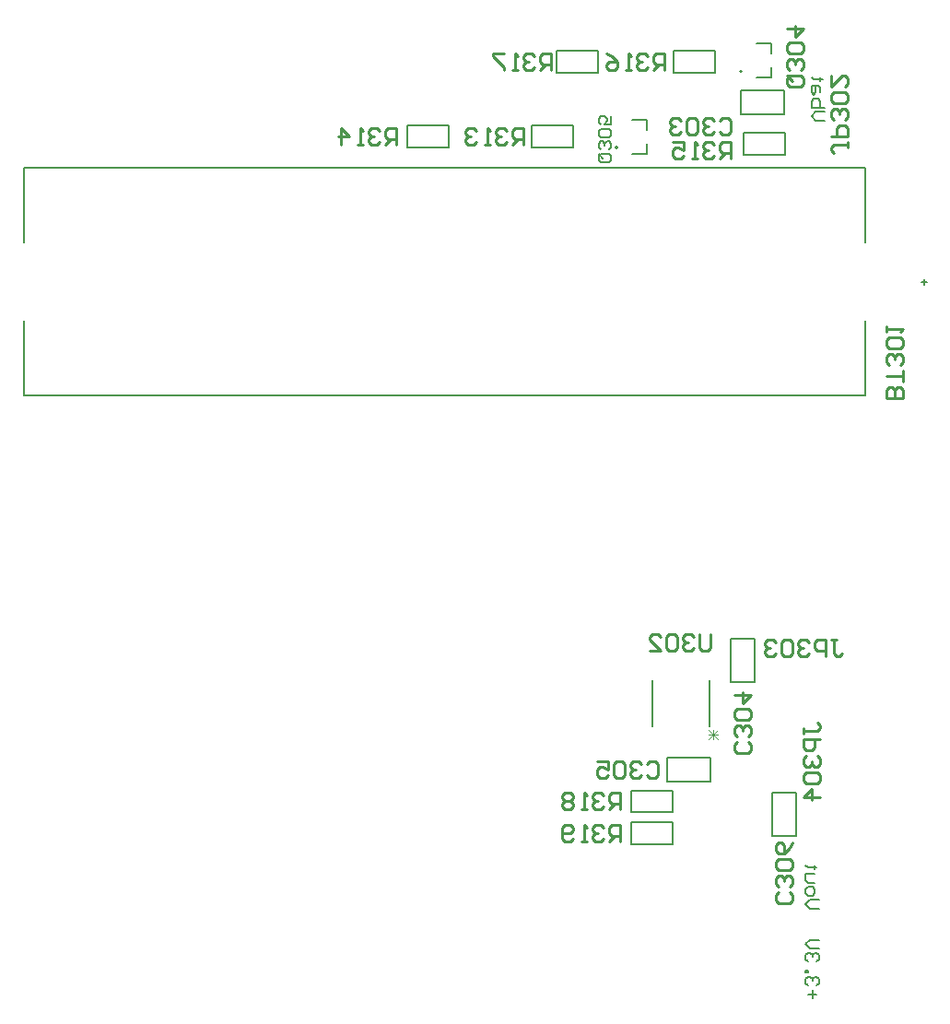
<source format=gbr>
%TF.GenerationSoftware,Altium Limited,Altium Designer,23.6.0 (18)*%
G04 Layer_Color=32896*
%FSLAX43Y43*%
%MOMM*%
%TF.SameCoordinates,407812E0-2FFD-4E57-8D94-CFCBE61D5419*%
%TF.FilePolarity,Positive*%
%TF.FileFunction,Legend,Bot*%
%TF.Part,Single*%
G01*
G75*
%TA.AperFunction,NonConductor*%
%ADD65C,0.127*%
%ADD66C,0.200*%
%ADD67C,0.152*%
%ADD68C,0.254*%
%ADD69C,0.076*%
%ADD71C,0.180*%
D65*
X76135Y156555D02*
X77535D01*
X76135Y159675D02*
X77535D01*
Y156555D02*
Y157495D01*
Y158735D02*
Y159675D01*
X64705Y149570D02*
X66105D01*
X64705Y152690D02*
X66105D01*
Y149570D02*
Y150510D01*
Y151750D02*
Y152690D01*
D66*
X74835Y157115D02*
G03*
X74835Y157115I-100J0D01*
G01*
X63405Y150130D02*
G03*
X63405Y150130I-100J0D01*
G01*
X8841Y127348D02*
X86159D01*
Y141410D02*
Y148252D01*
Y127348D02*
Y134190D01*
X8841Y148252D02*
X86159D01*
X8841Y141410D02*
Y148252D01*
Y127348D02*
Y134190D01*
X91325Y137800D02*
X91825D01*
X91575Y137550D02*
Y138050D01*
X64650Y89075D02*
Y91075D01*
X68450D01*
Y89075D02*
Y91075D01*
X64650Y89075D02*
X68450D01*
X67945Y91864D02*
X71945D01*
X67945D02*
Y94064D01*
X71945Y91864D02*
Y94064D01*
X67945D02*
X71945D01*
X64650Y88122D02*
X68450D01*
X64650Y86122D02*
Y88122D01*
Y86122D02*
X68450D01*
Y88122D01*
X55520Y152130D02*
X59320D01*
X55520Y150130D02*
Y152130D01*
Y150130D02*
X59320D01*
Y152130D01*
X44090Y150130D02*
X47890D01*
Y152130D01*
X44090D02*
X47890D01*
X44090Y150130D02*
Y152130D01*
X74995Y149495D02*
X78795D01*
Y151495D01*
X74995D02*
X78795D01*
X74995Y149495D02*
Y151495D01*
X68585Y157000D02*
X72385D01*
Y159000D01*
X68585D02*
X72385D01*
X68585Y157000D02*
Y159000D01*
X57790Y157000D02*
X61590D01*
Y159000D01*
X57790D02*
X61590D01*
X57790Y157000D02*
Y159000D01*
X74720Y155405D02*
X78720D01*
Y153205D02*
Y155405D01*
X74720Y153205D02*
Y155405D01*
Y153205D02*
X78720D01*
X76030Y101029D02*
Y105029D01*
X73830Y101029D02*
X76030D01*
X73830Y105029D02*
X76030D01*
X73830Y101029D02*
Y105029D01*
X77640Y86900D02*
Y90900D01*
X79840D01*
X77640Y86900D02*
X79840D01*
Y90900D01*
X81300Y71955D02*
Y72755D01*
X81700Y72355D02*
X80900D01*
X81700Y73155D02*
X81900Y73355D01*
Y73754D01*
X81700Y73954D01*
X81500D01*
X81300Y73754D01*
Y73554D01*
Y73754D01*
X81100Y73954D01*
X80900D01*
X80700Y73754D01*
Y73355D01*
X80900Y73155D01*
X80700Y74354D02*
X80900D01*
Y74554D01*
X80700D01*
Y74354D01*
X81700Y75354D02*
X81900Y75554D01*
Y75954D01*
X81700Y76154D01*
X81500D01*
X81300Y75954D01*
Y75754D01*
Y75954D01*
X81100Y76154D01*
X80900D01*
X80700Y75954D01*
Y75554D01*
X80900Y75354D01*
X81900Y76554D02*
X81100D01*
X80700Y76953D01*
X81100Y77353D01*
X81900D01*
Y80210D02*
X81100D01*
X80700Y80610D01*
X81100Y81010D01*
X81900D01*
X80700Y81610D02*
Y82009D01*
X80900Y82209D01*
X81300D01*
X81500Y82009D01*
Y81610D01*
X81300Y81410D01*
X80900D01*
X80700Y81610D01*
X81500Y82609D02*
X80900D01*
X80700Y82809D01*
Y83409D01*
X81500D01*
X81700Y84009D02*
X81500D01*
Y83809D01*
Y84209D01*
Y84009D01*
X80900D01*
X80700Y84209D01*
X82426Y152600D02*
X81626D01*
X81226Y153000D01*
X81626Y153400D01*
X82426D01*
Y153800D02*
X81226D01*
Y154399D01*
X81426Y154599D01*
X81626D01*
X81826D01*
X82026Y154399D01*
Y153800D01*
Y155199D02*
Y155599D01*
X81826Y155799D01*
X81226D01*
Y155199D01*
X81426Y154999D01*
X81626Y155199D01*
Y155799D01*
X82226Y156399D02*
X82026D01*
Y156199D01*
Y156599D01*
Y156399D01*
X81426D01*
X81226Y156599D01*
D67*
X71844Y96926D02*
Y101194D01*
X66586Y96926D02*
Y101194D01*
D68*
X80518Y96265D02*
Y96773D01*
Y96519D01*
X81788D01*
X82042Y96773D01*
Y97027D01*
X81788Y97281D01*
X82042Y95757D02*
X80518D01*
Y94996D01*
X80772Y94742D01*
X81280D01*
X81534Y94996D01*
Y95757D01*
X80772Y94234D02*
X80518Y93980D01*
Y93472D01*
X80772Y93218D01*
X81026D01*
X81280Y93472D01*
Y93726D01*
Y93472D01*
X81534Y93218D01*
X81788D01*
X82042Y93472D01*
Y93980D01*
X81788Y94234D01*
X80772Y92710D02*
X80518Y92456D01*
Y91949D01*
X80772Y91695D01*
X81788D01*
X82042Y91949D01*
Y92456D01*
X81788Y92710D01*
X80772D01*
X82042Y90425D02*
X80518D01*
X81280Y91187D01*
Y90171D01*
X89662Y127109D02*
X88138D01*
Y127871D01*
X88392Y128125D01*
X88646D01*
X88900Y127871D01*
Y127109D01*
Y127871D01*
X89154Y128125D01*
X89408D01*
X89662Y127871D01*
Y127109D01*
Y128633D02*
Y129648D01*
Y129140D01*
X88138D01*
X89408Y130156D02*
X89662Y130410D01*
Y130918D01*
X89408Y131172D01*
X89154D01*
X88900Y130918D01*
Y130664D01*
Y130918D01*
X88646Y131172D01*
X88392D01*
X88138Y130918D01*
Y130410D01*
X88392Y130156D01*
X89408Y131680D02*
X89662Y131934D01*
Y132441D01*
X89408Y132695D01*
X88392D01*
X88138Y132441D01*
Y131934D01*
X88392Y131680D01*
X89408D01*
X88138Y133203D02*
Y133711D01*
Y133457D01*
X89662D01*
X89408Y133203D01*
X83057Y104902D02*
X83565D01*
X83311D01*
Y103632D01*
X83565Y103378D01*
X83819D01*
X84073Y103632D01*
X82549Y103378D02*
Y104902D01*
X81788D01*
X81534Y104648D01*
Y104140D01*
X81788Y103886D01*
X82549D01*
X81026Y104648D02*
X80772Y104902D01*
X80264D01*
X80010Y104648D01*
Y104394D01*
X80264Y104140D01*
X80518D01*
X80264D01*
X80010Y103886D01*
Y103632D01*
X80264Y103378D01*
X80772D01*
X81026Y103632D01*
X79502Y104648D02*
X79248Y104902D01*
X78741D01*
X78487Y104648D01*
Y103632D01*
X78741Y103378D01*
X79248D01*
X79502Y103632D01*
Y104648D01*
X77979D02*
X77725Y104902D01*
X77217D01*
X76963Y104648D01*
Y104394D01*
X77217Y104140D01*
X77471D01*
X77217D01*
X76963Y103886D01*
Y103632D01*
X77217Y103378D01*
X77725D01*
X77979Y103632D01*
X84582Y150623D02*
Y150115D01*
Y150369D01*
X83312D01*
X83058Y150115D01*
Y149861D01*
X83312Y149607D01*
X83058Y151131D02*
X84582D01*
Y151892D01*
X84328Y152146D01*
X83820D01*
X83566Y151892D01*
Y151131D01*
X84328Y152654D02*
X84582Y152908D01*
Y153416D01*
X84328Y153670D01*
X84074D01*
X83820Y153416D01*
Y153162D01*
Y153416D01*
X83566Y153670D01*
X83312D01*
X83058Y153416D01*
Y152908D01*
X83312Y152654D01*
X84328Y154178D02*
X84582Y154432D01*
Y154939D01*
X84328Y155193D01*
X83312D01*
X83058Y154939D01*
Y154432D01*
X83312Y154178D01*
X84328D01*
X83058Y156717D02*
Y155701D01*
X84074Y156717D01*
X84328D01*
X84582Y156463D01*
Y155955D01*
X84328Y155701D01*
X71920Y105422D02*
Y104152D01*
X71666Y103898D01*
X71158D01*
X70904Y104152D01*
Y105422D01*
X70396Y105168D02*
X70142Y105422D01*
X69634D01*
X69380Y105168D01*
Y104914D01*
X69634Y104660D01*
X69888D01*
X69634D01*
X69380Y104406D01*
Y104152D01*
X69634Y103898D01*
X70142D01*
X70396Y104152D01*
X68873Y105168D02*
X68619Y105422D01*
X68111D01*
X67857Y105168D01*
Y104152D01*
X68111Y103898D01*
X68619D01*
X68873Y104152D01*
Y105168D01*
X66333Y103898D02*
X67349D01*
X66333Y104914D01*
Y105168D01*
X66587Y105422D01*
X67095D01*
X67349Y105168D01*
X63626Y86360D02*
Y87884D01*
X62864D01*
X62610Y87630D01*
Y87122D01*
X62864Y86868D01*
X63626D01*
X63118D02*
X62610Y86360D01*
X62103Y87630D02*
X61849Y87884D01*
X61341D01*
X61087Y87630D01*
Y87376D01*
X61341Y87122D01*
X61595D01*
X61341D01*
X61087Y86868D01*
Y86614D01*
X61341Y86360D01*
X61849D01*
X62103Y86614D01*
X60579Y86360D02*
X60071D01*
X60325D01*
Y87884D01*
X60579Y87630D01*
X59310Y86614D02*
X59056Y86360D01*
X58548D01*
X58294Y86614D01*
Y87630D01*
X58548Y87884D01*
X59056D01*
X59310Y87630D01*
Y87376D01*
X59056Y87122D01*
X58294D01*
X63626Y89313D02*
Y90837D01*
X62864D01*
X62610Y90583D01*
Y90075D01*
X62864Y89821D01*
X63626D01*
X63118D02*
X62610Y89313D01*
X62103Y90583D02*
X61849Y90837D01*
X61341D01*
X61087Y90583D01*
Y90329D01*
X61341Y90075D01*
X61595D01*
X61341D01*
X61087Y89821D01*
Y89567D01*
X61341Y89313D01*
X61849D01*
X62103Y89567D01*
X60579Y89313D02*
X60071D01*
X60325D01*
Y90837D01*
X60579Y90583D01*
X59310D02*
X59056Y90837D01*
X58548D01*
X58294Y90583D01*
Y90329D01*
X58548Y90075D01*
X58294Y89821D01*
Y89567D01*
X58548Y89313D01*
X59056D01*
X59310Y89567D01*
Y89821D01*
X59056Y90075D01*
X59310Y90329D01*
Y90583D01*
X59056Y90075D02*
X58548D01*
X57276Y157226D02*
Y158750D01*
X56514D01*
X56260Y158496D01*
Y157988D01*
X56514Y157734D01*
X57276D01*
X56768D02*
X56260Y157226D01*
X55753Y158496D02*
X55499Y158750D01*
X54991D01*
X54737Y158496D01*
Y158242D01*
X54991Y157988D01*
X55245D01*
X54991D01*
X54737Y157734D01*
Y157480D01*
X54991Y157226D01*
X55499D01*
X55753Y157480D01*
X54229Y157226D02*
X53721D01*
X53975D01*
Y158750D01*
X54229Y158496D01*
X52960Y158750D02*
X51944D01*
Y158496D01*
X52960Y157480D01*
Y157226D01*
X67706Y157238D02*
Y158762D01*
X66944D01*
X66690Y158508D01*
Y158000D01*
X66944Y157746D01*
X67706D01*
X67198D02*
X66690Y157238D01*
X66183Y158508D02*
X65929Y158762D01*
X65421D01*
X65167Y158508D01*
Y158254D01*
X65421Y158000D01*
X65675D01*
X65421D01*
X65167Y157746D01*
Y157492D01*
X65421Y157238D01*
X65929D01*
X66183Y157492D01*
X64659Y157238D02*
X64151D01*
X64405D01*
Y158762D01*
X64659Y158508D01*
X62374Y158762D02*
X62882Y158508D01*
X63390Y158000D01*
Y157492D01*
X63136Y157238D01*
X62628D01*
X62374Y157492D01*
Y157746D01*
X62628Y158000D01*
X63390D01*
X73786Y149098D02*
Y150622D01*
X73024D01*
X72770Y150368D01*
Y149860D01*
X73024Y149606D01*
X73786D01*
X73278D02*
X72770Y149098D01*
X72263Y150368D02*
X72009Y150622D01*
X71501D01*
X71247Y150368D01*
Y150114D01*
X71501Y149860D01*
X71755D01*
X71501D01*
X71247Y149606D01*
Y149352D01*
X71501Y149098D01*
X72009D01*
X72263Y149352D01*
X70739Y149098D02*
X70231D01*
X70485D01*
Y150622D01*
X70739Y150368D01*
X68454Y150622D02*
X69470D01*
Y149860D01*
X68962Y150114D01*
X68708D01*
X68454Y149860D01*
Y149352D01*
X68708Y149098D01*
X69216D01*
X69470Y149352D01*
X43066Y150368D02*
Y151892D01*
X42304D01*
X42050Y151638D01*
Y151130D01*
X42304Y150876D01*
X43066D01*
X42558D02*
X42050Y150368D01*
X41543Y151638D02*
X41289Y151892D01*
X40781D01*
X40527Y151638D01*
Y151384D01*
X40781Y151130D01*
X41035D01*
X40781D01*
X40527Y150876D01*
Y150622D01*
X40781Y150368D01*
X41289D01*
X41543Y150622D01*
X40019Y150368D02*
X39511D01*
X39765D01*
Y151892D01*
X40019Y151638D01*
X37988Y150368D02*
Y151892D01*
X38750Y151130D01*
X37734D01*
X54756Y150368D02*
Y151892D01*
X53994D01*
X53740Y151638D01*
Y151130D01*
X53994Y150876D01*
X54756D01*
X54248D02*
X53740Y150368D01*
X53233Y151638D02*
X52979Y151892D01*
X52471D01*
X52217Y151638D01*
Y151384D01*
X52471Y151130D01*
X52725D01*
X52471D01*
X52217Y150876D01*
Y150622D01*
X52471Y150368D01*
X52979D01*
X53233Y150622D01*
X51709Y150368D02*
X51201D01*
X51455D01*
Y151892D01*
X51709Y151638D01*
X50440D02*
X50186Y151892D01*
X49678D01*
X49424Y151638D01*
Y151384D01*
X49678Y151130D01*
X49932D01*
X49678D01*
X49424Y150876D01*
Y150622D01*
X49678Y150368D01*
X50186D01*
X50440Y150622D01*
X79248Y156719D02*
X80264D01*
X80518Y156465D01*
Y155957D01*
X80264Y155703D01*
X79248D01*
X78994Y155957D01*
Y156465D01*
X79502Y156211D02*
X78994Y156719D01*
Y156465D02*
X79248Y156719D01*
X80264Y157226D02*
X80518Y157480D01*
Y157988D01*
X80264Y158242D01*
X80010D01*
X79756Y157988D01*
Y157734D01*
Y157988D01*
X79502Y158242D01*
X79248D01*
X78994Y157988D01*
Y157480D01*
X79248Y157226D01*
X80264Y158750D02*
X80518Y159004D01*
Y159512D01*
X80264Y159766D01*
X79248D01*
X78994Y159512D01*
Y159004D01*
X79248Y158750D01*
X80264D01*
X78994Y161035D02*
X80518D01*
X79756Y160273D01*
Y161289D01*
X79248Y81726D02*
X79502Y81472D01*
Y80964D01*
X79248Y80710D01*
X78232D01*
X77978Y80964D01*
Y81472D01*
X78232Y81726D01*
X79248Y82234D02*
X79502Y82487D01*
Y82995D01*
X79248Y83249D01*
X78994D01*
X78740Y82995D01*
Y82741D01*
Y82995D01*
X78486Y83249D01*
X78232D01*
X77978Y82995D01*
Y82487D01*
X78232Y82234D01*
X79248Y83757D02*
X79502Y84011D01*
Y84519D01*
X79248Y84773D01*
X78232D01*
X77978Y84519D01*
Y84011D01*
X78232Y83757D01*
X79248D01*
X79502Y86296D02*
X79248Y85788D01*
X78740Y85281D01*
X78232D01*
X77978Y85534D01*
Y86042D01*
X78232Y86296D01*
X78486D01*
X78740Y86042D01*
Y85281D01*
X66082Y93472D02*
X66336Y93726D01*
X66844D01*
X67098Y93472D01*
Y92456D01*
X66844Y92202D01*
X66336D01*
X66082Y92456D01*
X65575Y93472D02*
X65321Y93726D01*
X64813D01*
X64559Y93472D01*
Y93218D01*
X64813Y92964D01*
X65067D01*
X64813D01*
X64559Y92710D01*
Y92456D01*
X64813Y92202D01*
X65321D01*
X65575Y92456D01*
X64051Y93472D02*
X63797Y93726D01*
X63289D01*
X63035Y93472D01*
Y92456D01*
X63289Y92202D01*
X63797D01*
X64051Y92456D01*
Y93472D01*
X61512Y93726D02*
X62528D01*
Y92964D01*
X62020Y93218D01*
X61766D01*
X61512Y92964D01*
Y92456D01*
X61766Y92202D01*
X62274D01*
X62528Y92456D01*
X75438Y95505D02*
X75692Y95251D01*
Y94743D01*
X75438Y94489D01*
X74422D01*
X74168Y94743D01*
Y95251D01*
X74422Y95505D01*
X75438Y96012D02*
X75692Y96266D01*
Y96774D01*
X75438Y97028D01*
X75184D01*
X74930Y96774D01*
Y96520D01*
Y96774D01*
X74676Y97028D01*
X74422D01*
X74168Y96774D01*
Y96266D01*
X74422Y96012D01*
X75438Y97536D02*
X75692Y97790D01*
Y98298D01*
X75438Y98552D01*
X74422D01*
X74168Y98298D01*
Y97790D01*
X74422Y97536D01*
X75438D01*
X74168Y99821D02*
X75692D01*
X74930Y99059D01*
Y100075D01*
X72785Y152584D02*
X73039Y152838D01*
X73547D01*
X73800Y152584D01*
Y151569D01*
X73547Y151315D01*
X73039D01*
X72785Y151569D01*
X72277Y152584D02*
X72023Y152838D01*
X71515D01*
X71261Y152584D01*
Y152331D01*
X71515Y152077D01*
X71769D01*
X71515D01*
X71261Y151823D01*
Y151569D01*
X71515Y151315D01*
X72023D01*
X72277Y151569D01*
X70753Y152584D02*
X70499Y152838D01*
X69992D01*
X69738Y152584D01*
Y151569D01*
X69992Y151315D01*
X70499D01*
X70753Y151569D01*
Y152584D01*
X69230D02*
X68976Y152838D01*
X68468D01*
X68214Y152584D01*
Y152331D01*
X68468Y152077D01*
X68722D01*
X68468D01*
X68214Y151823D01*
Y151569D01*
X68468Y151315D01*
X68976D01*
X69230Y151569D01*
D69*
X72584Y95761D02*
X71737Y96607D01*
Y95761D02*
X72584Y96607D01*
X72160Y95761D02*
Y96607D01*
X71737Y96184D02*
X72584D01*
D71*
X61847Y149539D02*
X62613D01*
X62805Y149347D01*
Y148964D01*
X62613Y148772D01*
X61847D01*
X61655Y148964D01*
Y149347D01*
X62038Y149156D02*
X61655Y149539D01*
Y149347D02*
X61847Y149539D01*
X62613Y149922D02*
X62805Y150114D01*
Y150497D01*
X62613Y150688D01*
X62422D01*
X62230Y150497D01*
Y150305D01*
Y150497D01*
X62038Y150688D01*
X61847D01*
X61655Y150497D01*
Y150114D01*
X61847Y149922D01*
X62613Y151072D02*
X62805Y151263D01*
Y151646D01*
X62613Y151838D01*
X61847D01*
X61655Y151646D01*
Y151263D01*
X61847Y151072D01*
X62613D01*
X62805Y152988D02*
Y152221D01*
X62230D01*
X62422Y152604D01*
Y152796D01*
X62230Y152988D01*
X61847D01*
X61655Y152796D01*
Y152413D01*
X61847Y152221D01*
%TF.MD5,af67ad7aa9a696692316d5921866773e*%
M02*

</source>
